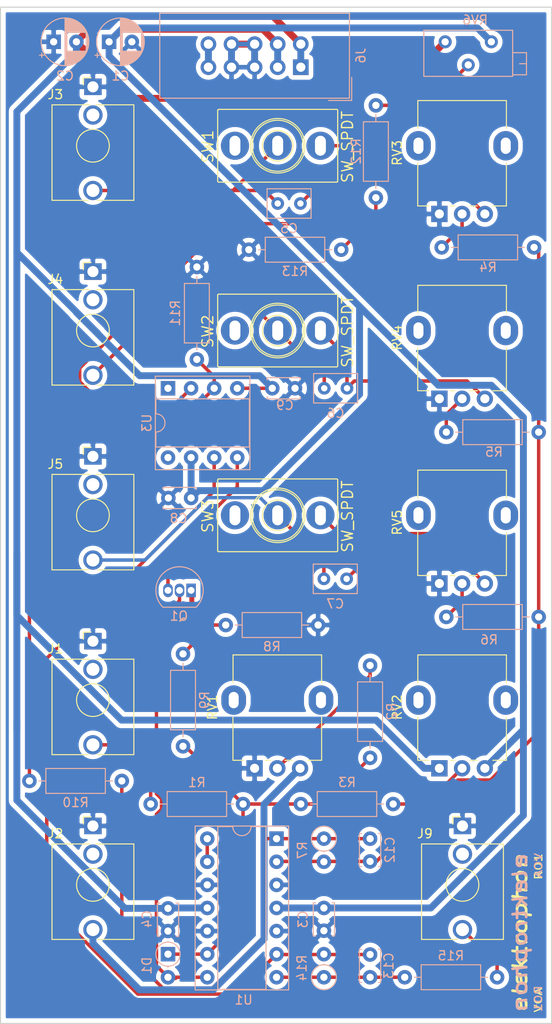
<source format=kicad_pcb>
(kicad_pcb (version 20171130) (host pcbnew 5.1.4-e60b266~84~ubuntu19.04.1)
  (title_block (title VCA) (date 2019-09-08) (rev R01) (comment 1 "PCB for main circuit") (comment 2 "Original design by Thomas Henry") (comment 4 "License CC BY 4.0 - Attribution 4.0 International"))
  (layers (0 F.Cu signal) (31 B.Cu signal) (34 B.Paste user) (35 F.Paste user) (36 B.SilkS user) (37 F.SilkS user) (38 B.Mask user) (39 F.Mask user) (44 Edge.Cuts user))
  (net 0 "")
  (net 1 GND)
  (net 2 +15V)
  (net 3 -15V)
  (net 4 "Net-(C5-Pad2)")
  (net 5 "Net-(C5-Pad1)")
  (net 6 "Net-(C6-Pad2)")
  (net 7 "Net-(C6-Pad1)")
  (net 8 "Net-(C7-Pad2)")
  (net 9 "Net-(C7-Pad1)")
  (net 10 "Net-(C12-Pad2)")
  (net 11 "Net-(C12-Pad1)")
  (net 12 "Net-(C13-Pad2)")
  (net 13 "Net-(C13-Pad1)")
  (net 14 "Net-(D1-Pad2)")
  (net 15 "Net-(J1-PadTN)")
  (net 16 "Net-(J1-PadT)")
  (net 17 "Net-(J2-PadTN)")
  (net 18 "Net-(J2-PadT)")
  (net 19 "Net-(J3-PadTN)")
  (net 20 "Net-(J4-PadTN)")
  (net 21 "Net-(J5-PadTN)")
  (net 22 +5V)
  (net 23 "Net-(J9-PadTN)")
  (net 24 "Net-(Q1-Pad1)")
  (net 25 "Net-(Q1-Pad3)")
  (net 26 "Net-(R2-Pad2)")
  (net 27 "Net-(R3-Pad2)")
  (net 28 "Net-(R10-Pad1)")
  (net 29 "Net-(R12-Pad2)")
  (net 30 "Net-(R12-Pad1)")
  (net 31 "Net-(SW1-Pad1)")
  (net 32 "Net-(SW2-Pad1)")
  (net 33 "Net-(SW3-Pad1)")
  (net 34 "Net-(U1-Pad13)")
  (net 35 "Net-(U3-Pad8)")
  (net 36 "Net-(U3-Pad1)")
  (net 37 "Net-(D1-Pad1)")
  (net 38 "Net-(J9-PadT)")
  (net 39 "Net-(R4-Pad2)")
  (net 40 "Net-(R5-Pad2)")
  (net 41 "Net-(R6-Pad2)")
  (module "elektrophon:elektrophon logo" (layer F.Cu) (at 108.94 152.56 90)
    (fp_text reference REF** hide)
    (fp_text value "elektrophon logo" hide)
    (fp_text user VCA (at 8.84 1.02 90) (layer B.SilkS) (effects (font (size 0.8 1)) (justify left mirror)))
    (fp_text user R01 (at -8.83 1 90) (layer B.SilkS) (effects (font (size 0.8 1)) (justify right mirror)))
    (fp_text user elektrophon (at 0 -1.016 90) (layer B.SilkS) (effects (font (size 1.5 2) (thickness 0.3) italic) (justify mirror)))
    (fp_text user R01 (at 8.8 1.02 90) (layer F.SilkS) (effects (font (size 0.8 1)) (justify right)))
    (fp_text user VCA (at -8.88 1 90) (layer F.SilkS) (effects (font (size 0.8 1)) (justify left)))
    (fp_text user elektrophon (at 0 -1.016 90) (layer F.SilkS) (effects (font (size 1.5 2) (thickness 0.3) italic)))
  )
  (module Capacitor_THT:C_Rect_L4.6mm_W3.0mm_P2.50mm_MKS02_FKP02 (layer B.Cu) (at 86.36 113.665)
    (fp_text reference C7 (at 1.25 2.75) (layer B.SilkS) (effects (justify mirror)))
    (fp_text value 0.22u)
    (pad 2 thru_hole circle (at 2.5 0) (size 1.4 1.4) (drill 0.7) (layers *.Cu *.Mask) (net 8 "Net-(C7-Pad2)"))
    (pad 1 thru_hole circle (at 0 0) (size 1.4 1.4) (drill 0.7) (layers *.Cu *.Mask) (net 9 "Net-(C7-Pad1)"))
  )
  (module Capacitor_THT:C_Rect_L4.6mm_W3.0mm_P2.50mm_MKS02_FKP02 (layer B.Cu) (at 86.4 92.71)
    (fp_text reference C6 (at 1.25 2.75) (layer B.SilkS) (effects (justify mirror)))
    (fp_text value 0.22u)
    (pad 2 thru_hole circle (at 2.5 0) (size 1.4 1.4) (drill 0.7) (layers *.Cu *.Mask) (net 6 "Net-(C6-Pad2)"))
    (pad 1 thru_hole circle (at 0 0) (size 1.4 1.4) (drill 0.7) (layers *.Cu *.Mask) (net 7 "Net-(C6-Pad1)"))
  )
  (module Capacitor_THT:C_Rect_L4.6mm_W3.0mm_P2.50mm_MKS02_FKP02 (layer B.Cu) (at 81.28 72.39)
    (fp_text reference C5 (at 1.25 2.75) (layer B.SilkS) (effects (justify mirror)))
    (fp_text value 0.22u)
    (pad 2 thru_hole circle (at 2.5 0) (size 1.4 1.4) (drill 0.7) (layers *.Cu *.Mask) (net 4 "Net-(C5-Pad2)"))
    (pad 1 thru_hole circle (at 0 0) (size 1.4 1.4) (drill 0.7) (layers *.Cu *.Mask) (net 5 "Net-(C5-Pad1)"))
  )
  (module Resistor_THT:R_Axial_DIN0207_L6.3mm_D2.5mm_P2.54mm_Vertical (layer B.Cu) (at 86.36 142.24 270)
    (fp_text reference R7 (at 1.27 2.37 90) (layer B.SilkS) (effects (justify mirror)))
    (fp_text value 100k)
    (pad 2 thru_hole oval (at 2.54 0 270) (size 1.6 1.6) (drill 0.8) (layers *.Cu *.Mask) (net 10 "Net-(C12-Pad2)"))
    (pad 1 thru_hole circle (at 0 0 270) (size 1.6 1.6) (drill 0.8) (layers *.Cu *.Mask) (net 11 "Net-(C12-Pad1)"))
  )
  (module Diode_THT:D_DO-35_SOD27_P2.54mm_Vertical_AnodeUp (layer B.Cu) (at 69.215 154.94 270)
    (fp_text reference D1 (at 1.27 2.326371 90) (layer B.SilkS) (effects (justify mirror)))
    (fp_text value 1N4148)
    (pad 2 thru_hole oval (at 2.54 0 270) (size 1.6 1.6) (drill 0.8) (layers *.Cu *.Mask) (net 14 "Net-(D1-Pad2)"))
    (pad 1 thru_hole rect (at 0 0 270) (size 1.6 1.6) (drill 0.8) (layers *.Cu *.Mask) (net 37 "Net-(D1-Pad1)"))
  )
  (module Resistor_THT:R_Axial_DIN0207_L6.3mm_D2.5mm_P2.54mm_Vertical (layer B.Cu) (at 86.36 157.48 90)
    (fp_text reference R14 (at 1.02 -2.42 90) (layer B.SilkS) (effects (justify mirror)))
    (fp_text value 51k)
    (pad 2 thru_hole oval (at 2.54 0 90) (size 1.6 1.6) (drill 0.8) (layers *.Cu *.Mask) (net 12 "Net-(C13-Pad2)"))
    (pad 1 thru_hole circle (at 0 0 90) (size 1.6 1.6) (drill 0.8) (layers *.Cu *.Mask) (net 13 "Net-(C13-Pad1)"))
  )
  (module Resistor_THT:R_Axial_DIN0207_L6.3mm_D2.5mm_P10.16mm_Horizontal (layer B.Cu) (at 91.44 133.35 90)
    (fp_text reference R2 (at 5.08 2.37 90) (layer B.SilkS) (effects (justify mirror)))
    (fp_text value 100k)
    (pad 2 thru_hole oval (at 10.16 0 90) (size 1.6 1.6) (drill 0.8) (layers *.Cu *.Mask) (net 26 "Net-(R2-Pad2)"))
    (pad 1 thru_hole circle (at 0 0 90) (size 1.6 1.6) (drill 0.8) (layers *.Cu *.Mask) (net 37 "Net-(D1-Pad1)"))
  )
  (module Potentiometer_THT:Potentiometer_Bourns_3296Z_Horizontal (layer B.Cu) (at 99.695 54.61 180)
    (fp_text reference RV6 (at -3.3 2.4) (layer B.SilkS) (effects (justify mirror)))
    (fp_text value 100k)
    (pad 3 thru_hole circle (at -5.08 0 180) (size 1.44 1.44) (drill 0.8) (layers *.Cu *.Mask) (net 2 +15V))
    (pad 2 thru_hole circle (at -2.54 -2.54 180) (size 1.44 1.44) (drill 0.8) (layers *.Cu *.Mask) (net 29 "Net-(R12-Pad2)"))
    (pad 1 thru_hole circle (at 0 0 180) (size 1.44 1.44) (drill 0.8) (layers *.Cu *.Mask) (net 3 -15V))
  )
  (module elektrophon:Potentiometer_Alpha_RD901F-40-00D_Single_Vertical (layer F.Cu) (at 101.6 106.68 90)
    (fp_text reference RV5 (at -0.79 -7.18 270) (layer F.SilkS))
    (fp_text value 100k)
    (pad "" thru_hole oval (at 0 -4.84 180) (size 2.72 3.24) (drill oval 1.1 1.8) (layers *.Cu *.Mask))
    (pad "" thru_hole oval (at 0 4.76 180) (size 2.72 3.24) (drill oval 1.1 1.8) (layers *.Cu *.Mask))
    (pad 3 thru_hole circle (at -7.5 2.46 180) (size 1.8 1.8) (drill 1) (layers *.Cu *.Mask) (net 8 "Net-(C7-Pad2)"))
    (pad 2 thru_hole circle (at -7.5 -0.04 180) (size 1.8 1.8) (drill 1) (layers *.Cu *.Mask) (net 41 "Net-(R6-Pad2)"))
    (pad 1 thru_hole rect (at -7.5 -2.54 180) (size 1.8 1.8) (drill 1) (layers *.Cu *.Mask) (net 1 GND))
  )
  (module elektrophon:Potentiometer_Alpha_RD901F-40-00D_Single_Vertical (layer F.Cu) (at 101.6 86.36 90)
    (fp_text reference RV4 (at -0.79 -7.18 270) (layer F.SilkS))
    (fp_text value 100k)
    (pad "" thru_hole oval (at 0 -4.84 180) (size 2.72 3.24) (drill oval 1.1 1.8) (layers *.Cu *.Mask))
    (pad "" thru_hole oval (at 0 4.76 180) (size 2.72 3.24) (drill oval 1.1 1.8) (layers *.Cu *.Mask))
    (pad 3 thru_hole circle (at -7.5 2.46 180) (size 1.8 1.8) (drill 1) (layers *.Cu *.Mask) (net 6 "Net-(C6-Pad2)"))
    (pad 2 thru_hole circle (at -7.5 -0.04 180) (size 1.8 1.8) (drill 1) (layers *.Cu *.Mask) (net 40 "Net-(R5-Pad2)"))
    (pad 1 thru_hole rect (at -7.5 -2.54 180) (size 1.8 1.8) (drill 1) (layers *.Cu *.Mask) (net 1 GND))
  )
  (module elektrophon:Potentiometer_Alpha_RD901F-40-00D_Single_Vertical (layer F.Cu) (at 101.6 66.04 90)
    (fp_text reference RV3 (at -0.79 -7.18 270) (layer F.SilkS))
    (fp_text value 100k)
    (pad "" thru_hole oval (at 0 -4.84 180) (size 2.72 3.24) (drill oval 1.1 1.8) (layers *.Cu *.Mask))
    (pad "" thru_hole oval (at 0 4.76 180) (size 2.72 3.24) (drill oval 1.1 1.8) (layers *.Cu *.Mask))
    (pad 3 thru_hole circle (at -7.5 2.46 180) (size 1.8 1.8) (drill 1) (layers *.Cu *.Mask) (net 4 "Net-(C5-Pad2)"))
    (pad 2 thru_hole circle (at -7.5 -0.04 180) (size 1.8 1.8) (drill 1) (layers *.Cu *.Mask) (net 39 "Net-(R4-Pad2)"))
    (pad 1 thru_hole rect (at -7.5 -2.54 180) (size 1.8 1.8) (drill 1) (layers *.Cu *.Mask) (net 1 GND))
  )
  (module elektrophon:Potentiometer_Alpha_RD901F-40-00D_Single_Vertical (layer F.Cu) (at 101.6 127 90)
    (fp_text reference RV2 (at -0.79 -7.18 270) (layer F.SilkS))
    (fp_text value 100k)
    (pad "" thru_hole oval (at 0 -4.84 180) (size 2.72 3.24) (drill oval 1.1 1.8) (layers *.Cu *.Mask))
    (pad "" thru_hole oval (at 0 4.76 180) (size 2.72 3.24) (drill oval 1.1 1.8) (layers *.Cu *.Mask))
    (pad 3 thru_hole circle (at -7.5 2.46 180) (size 1.8 1.8) (drill 1) (layers *.Cu *.Mask) (net 2 +15V))
    (pad 2 thru_hole circle (at -7.5 -0.04 180) (size 1.8 1.8) (drill 1) (layers *.Cu *.Mask) (net 27 "Net-(R3-Pad2)"))
    (pad 1 thru_hole rect (at -7.5 -2.54 180) (size 1.8 1.8) (drill 1) (layers *.Cu *.Mask) (net 3 -15V))
  )
  (module elektrophon:Potentiometer_Alpha_RD901F-40-00D_Single_Vertical (layer F.Cu) (at 81.28 127 90)
    (fp_text reference RV1 (at -0.79 -7.18 270) (layer F.SilkS))
    (fp_text value 100k)
    (pad "" thru_hole oval (at 0 -4.84 180) (size 2.72 3.24) (drill oval 1.1 1.8) (layers *.Cu *.Mask))
    (pad "" thru_hole oval (at 0 4.76 180) (size 2.72 3.24) (drill oval 1.1 1.8) (layers *.Cu *.Mask))
    (pad 3 thru_hole circle (at -7.5 2.46 180) (size 1.8 1.8) (drill 1) (layers *.Cu *.Mask) (net 18 "Net-(J2-PadT)"))
    (pad 2 thru_hole circle (at -7.5 -0.04 180) (size 1.8 1.8) (drill 1) (layers *.Cu *.Mask) (net 26 "Net-(R2-Pad2)"))
    (pad 1 thru_hole rect (at -7.5 -2.54 180) (size 1.8 1.8) (drill 1) (layers *.Cu *.Mask) (net 1 GND))
  )
  (module Package_DIP:DIP-8_W7.62mm_Socket (layer B.Cu) (at 69.215 92.71 270)
    (fp_text reference U3 (at 3.81 2.33 90) (layer B.SilkS) (effects (justify mirror)))
    (fp_text value CA3080)
    (pad 8 thru_hole oval (at 7.62 0 270) (size 1.6 1.6) (drill 0.8) (layers *.Cu *.Mask) (net 35 "Net-(U3-Pad8)"))
    (pad 4 thru_hole oval (at 0 -7.62 270) (size 1.6 1.6) (drill 0.8) (layers *.Cu *.Mask) (net 3 -15V))
    (pad 7 thru_hole oval (at 7.62 -2.54 270) (size 1.6 1.6) (drill 0.8) (layers *.Cu *.Mask) (net 2 +15V))
    (pad 3 thru_hole oval (at 0 -5.08 270) (size 1.6 1.6) (drill 0.8) (layers *.Cu *.Mask) (net 28 "Net-(R10-Pad1)"))
    (pad 6 thru_hole oval (at 7.62 -5.08 270) (size 1.6 1.6) (drill 0.8) (layers *.Cu *.Mask) (net 12 "Net-(C13-Pad2)"))
    (pad 2 thru_hole oval (at 0 -2.54 270) (size 1.6 1.6) (drill 0.8) (layers *.Cu *.Mask) (net 30 "Net-(R12-Pad1)"))
    (pad 5 thru_hole oval (at 7.62 -7.62 270) (size 1.6 1.6) (drill 0.8) (layers *.Cu *.Mask) (net 25 "Net-(Q1-Pad3)"))
    (pad 1 thru_hole rect (at 0 0 270) (size 1.6 1.6) (drill 0.8) (layers *.Cu *.Mask) (net 36 "Net-(U3-Pad1)"))
  )
  (module Package_DIP:DIP-14_W7.62mm_Socket (layer B.Cu) (at 81.153 142.24 180)
    (fp_text reference U1 (at 3.623 -17.73) (layer B.SilkS) (effects (justify mirror)))
    (fp_text value TL074)
    (pad 14 thru_hole oval (at 7.62 0 180) (size 1.6 1.6) (drill 0.8) (layers *.Cu *.Mask) (net 34 "Net-(U1-Pad13)"))
    (pad 7 thru_hole oval (at 0 -15.24 180) (size 1.6 1.6) (drill 0.8) (layers *.Cu *.Mask) (net 13 "Net-(C13-Pad1)"))
    (pad 13 thru_hole oval (at 7.62 -2.54 180) (size 1.6 1.6) (drill 0.8) (layers *.Cu *.Mask) (net 34 "Net-(U1-Pad13)"))
    (pad 6 thru_hole oval (at 0 -12.7 180) (size 1.6 1.6) (drill 0.8) (layers *.Cu *.Mask) (net 12 "Net-(C13-Pad2)"))
    (pad 12 thru_hole oval (at 7.62 -5.08 180) (size 1.6 1.6) (drill 0.8) (layers *.Cu *.Mask) (net 1 GND))
    (pad 5 thru_hole oval (at 0 -10.16 180) (size 1.6 1.6) (drill 0.8) (layers *.Cu *.Mask) (net 1 GND))
    (pad 11 thru_hole oval (at 7.62 -7.62 180) (size 1.6 1.6) (drill 0.8) (layers *.Cu *.Mask) (net 3 -15V))
    (pad 4 thru_hole oval (at 0 -7.62 180) (size 1.6 1.6) (drill 0.8) (layers *.Cu *.Mask) (net 2 +15V))
    (pad 10 thru_hole oval (at 7.62 -10.16 180) (size 1.6 1.6) (drill 0.8) (layers *.Cu *.Mask) (net 1 GND))
    (pad 3 thru_hole oval (at 0 -5.08 180) (size 1.6 1.6) (drill 0.8) (layers *.Cu *.Mask) (net 1 GND))
    (pad 9 thru_hole oval (at 7.62 -12.7 180) (size 1.6 1.6) (drill 0.8) (layers *.Cu *.Mask) (net 37 "Net-(D1-Pad1)"))
    (pad 2 thru_hole oval (at 0 -2.54 180) (size 1.6 1.6) (drill 0.8) (layers *.Cu *.Mask) (net 10 "Net-(C12-Pad2)"))
    (pad 8 thru_hole oval (at 7.62 -15.24 180) (size 1.6 1.6) (drill 0.8) (layers *.Cu *.Mask) (net 14 "Net-(D1-Pad2)"))
    (pad 1 thru_hole rect (at 0 0 180) (size 1.6 1.6) (drill 0.8) (layers *.Cu *.Mask) (net 11 "Net-(C12-Pad1)"))
  )
  (module 4ms-footprints:SPDT_KIT (layer F.Cu) (at 81.28 106.68 90)
    (fp_text reference SW3 (at -2.032 -6.985 90) (layer F.SilkS) (effects (font (size 1.2065 1.2065) (thickness 0.1524)) (justify left bottom)))
    (fp_text value SW_SPDT (at -4.191 8.382 90) (layer F.SilkS) (effects (font (size 1.2065 1.2065) (thickness 0.1524)) (justify left bottom)))
    (pad 1 thru_hole circle (at 0 -4.7 90) (size 3.1 3.1) (drill oval 2.2 1.2) (layers *.Cu *.Mask) (net 33 "Net-(SW3-Pad1)"))
    (pad 2 thru_hole circle (at 0 0 90) (size 3.1 3.1) (drill oval 2.2 1.2) (layers *.Cu *.Mask) (net 9 "Net-(C7-Pad1)"))
    (pad 3 thru_hole circle (at 0 4.7 90) (size 3.1 3.1) (drill oval 2.2 1.2) (layers *.Cu *.Mask) (net 8 "Net-(C7-Pad2)"))
  )
  (module 4ms-footprints:SPDT_KIT (layer F.Cu) (at 81.28 86.36 90)
    (fp_text reference SW2 (at -2.032 -6.985 90) (layer F.SilkS) (effects (font (size 1.2065 1.2065) (thickness 0.1524)) (justify left bottom)))
    (fp_text value SW_SPDT (at -4.191 8.382 90) (layer F.SilkS) (effects (font (size 1.2065 1.2065) (thickness 0.1524)) (justify left bottom)))
    (pad 1 thru_hole circle (at 0 -4.7 90) (size 3.1 3.1) (drill oval 2.2 1.2) (layers *.Cu *.Mask) (net 32 "Net-(SW2-Pad1)"))
    (pad 2 thru_hole circle (at 0 0 90) (size 3.1 3.1) (drill oval 2.2 1.2) (layers *.Cu *.Mask) (net 7 "Net-(C6-Pad1)"))
    (pad 3 thru_hole circle (at 0 4.7 90) (size 3.1 3.1) (drill oval 2.2 1.2) (layers *.Cu *.Mask) (net 6 "Net-(C6-Pad2)"))
  )
  (module 4ms-footprints:SPDT_KIT (layer F.Cu) (at 81.28 66.04 90)
    (fp_text reference SW1 (at -2.032 -6.985 90) (layer F.SilkS) (effects (font (size 1.2065 1.2065) (thickness 0.1524)) (justify left bottom)))
    (fp_text value SW_SPDT (at -4.191 8.382 90) (layer F.SilkS) (effects (font (size 1.2065 1.2065) (thickness 0.1524)) (justify left bottom)))
    (pad 1 thru_hole circle (at 0 -4.7 90) (size 3.1 3.1) (drill oval 2.2 1.2) (layers *.Cu *.Mask) (net 31 "Net-(SW1-Pad1)"))
    (pad 2 thru_hole circle (at 0 0 90) (size 3.1 3.1) (drill oval 2.2 1.2) (layers *.Cu *.Mask) (net 5 "Net-(C5-Pad1)"))
    (pad 3 thru_hole circle (at 0 4.7 90) (size 3.1 3.1) (drill oval 2.2 1.2) (layers *.Cu *.Mask) (net 4 "Net-(C5-Pad2)"))
  )
  (module Resistor_THT:R_Axial_DIN0207_L6.3mm_D2.5mm_P10.16mm_Horizontal (layer B.Cu) (at 105.41 157.48 180)
    (fp_text reference R15 (at 5.08 2.37) (layer B.SilkS) (effects (justify mirror)))
    (fp_text value 1k)
    (pad 2 thru_hole oval (at 10.16 0 180) (size 1.6 1.6) (drill 0.8) (layers *.Cu *.Mask) (net 13 "Net-(C13-Pad1)"))
    (pad 1 thru_hole circle (at 0 0 180) (size 1.6 1.6) (drill 0.8) (layers *.Cu *.Mask) (net 38 "Net-(J9-PadT)"))
  )
  (module Resistor_THT:R_Axial_DIN0207_L6.3mm_D2.5mm_P10.16mm_Horizontal (layer B.Cu) (at 78.105 77.47)
    (fp_text reference R13 (at 5.08 2.37) (layer B.SilkS) (effects (justify mirror)))
    (fp_text value 22)
    (pad 2 thru_hole oval (at 10.16 0) (size 1.6 1.6) (drill 0.8) (layers *.Cu *.Mask) (net 30 "Net-(R12-Pad1)"))
    (pad 1 thru_hole circle (at 0 0) (size 1.6 1.6) (drill 0.8) (layers *.Cu *.Mask) (net 1 GND))
  )
  (module Resistor_THT:R_Axial_DIN0207_L6.3mm_D2.5mm_P10.16mm_Horizontal (layer B.Cu) (at 92.075 71.755 90)
    (fp_text reference R12 (at 5.095 -2.175 90) (layer B.SilkS) (effects (justify mirror)))
    (fp_text value 100k)
    (pad 2 thru_hole oval (at 10.16 0 90) (size 1.6 1.6) (drill 0.8) (layers *.Cu *.Mask) (net 29 "Net-(R12-Pad2)"))
    (pad 1 thru_hole circle (at 0 0 90) (size 1.6 1.6) (drill 0.8) (layers *.Cu *.Mask) (net 30 "Net-(R12-Pad1)"))
  )
  (module Resistor_THT:R_Axial_DIN0207_L6.3mm_D2.5mm_P10.16mm_Horizontal (layer B.Cu) (at 72.39 79.375 270)
    (fp_text reference R11 (at 5.08 2.37 90) (layer B.SilkS) (effects (justify mirror)))
    (fp_text value 22)
    (pad 2 thru_hole oval (at 10.16 0 270) (size 1.6 1.6) (drill 0.8) (layers *.Cu *.Mask) (net 28 "Net-(R10-Pad1)"))
    (pad 1 thru_hole circle (at 0 0 270) (size 1.6 1.6) (drill 0.8) (layers *.Cu *.Mask) (net 1 GND))
  )
  (module Resistor_THT:R_Axial_DIN0207_L6.3mm_D2.5mm_P10.16mm_Horizontal (layer B.Cu) (at 53.975 135.89)
    (fp_text reference R10 (at 5.08 2.37) (layer B.SilkS) (effects (justify mirror)))
    (fp_text value 11k)
    (pad 2 thru_hole oval (at 10.16 0) (size 1.6 1.6) (drill 0.8) (layers *.Cu *.Mask) (net 11 "Net-(C12-Pad1)"))
    (pad 1 thru_hole circle (at 0 0) (size 1.6 1.6) (drill 0.8) (layers *.Cu *.Mask) (net 28 "Net-(R10-Pad1)"))
  )
  (module Resistor_THT:R_Axial_DIN0207_L6.3mm_D2.5mm_P10.16mm_Horizontal (layer B.Cu) (at 70.866 132.08 90)
    (fp_text reference R9 (at 5.08 2.37 90) (layer B.SilkS) (effects (justify mirror)))
    (fp_text value 100k)
    (pad 2 thru_hole oval (at 10.16 0 90) (size 1.6 1.6) (drill 0.8) (layers *.Cu *.Mask) (net 24 "Net-(Q1-Pad1)"))
    (pad 1 thru_hole circle (at 0 0 90) (size 1.6 1.6) (drill 0.8) (layers *.Cu *.Mask) (net 37 "Net-(D1-Pad1)"))
  )
  (module Resistor_THT:R_Axial_DIN0207_L6.3mm_D2.5mm_P10.16mm_Horizontal (layer B.Cu) (at 75.565 118.745)
    (fp_text reference R8 (at 5.08 2.37) (layer B.SilkS) (effects (justify mirror)))
    (fp_text value 11k)
    (pad 2 thru_hole oval (at 10.16 0) (size 1.6 1.6) (drill 0.8) (layers *.Cu *.Mask) (net 1 GND))
    (pad 1 thru_hole circle (at 0 0) (size 1.6 1.6) (drill 0.8) (layers *.Cu *.Mask) (net 24 "Net-(Q1-Pad1)"))
  )
  (module Resistor_THT:R_Axial_DIN0207_L6.3mm_D2.5mm_P10.16mm_Horizontal (layer B.Cu) (at 109.982 117.856 180)
    (fp_text reference R6 (at 5.452 -2.514) (layer B.SilkS) (effects (justify mirror)))
    (fp_text value 100k)
    (pad 2 thru_hole oval (at 10.16 0 180) (size 1.6 1.6) (drill 0.8) (layers *.Cu *.Mask) (net 41 "Net-(R6-Pad2)"))
    (pad 1 thru_hole circle (at 0 0 180) (size 1.6 1.6) (drill 0.8) (layers *.Cu *.Mask) (net 10 "Net-(C12-Pad2)"))
  )
  (module Resistor_THT:R_Axial_DIN0207_L6.3mm_D2.5mm_P10.16mm_Horizontal (layer B.Cu) (at 109.982 97.536 180)
    (fp_text reference R5 (at 4.912 -2.184) (layer B.SilkS) (effects (justify mirror)))
    (fp_text value 100k)
    (pad 2 thru_hole oval (at 10.16 0 180) (size 1.6 1.6) (drill 0.8) (layers *.Cu *.Mask) (net 40 "Net-(R5-Pad2)"))
    (pad 1 thru_hole circle (at 0 0 180) (size 1.6 1.6) (drill 0.8) (layers *.Cu *.Mask) (net 10 "Net-(C12-Pad2)"))
  )
  (module Resistor_THT:R_Axial_DIN0207_L6.3mm_D2.5mm_P10.16mm_Horizontal (layer B.Cu) (at 109.474 77.216 180)
    (fp_text reference R4 (at 5.064 -2.184) (layer B.SilkS) (effects (justify mirror)))
    (fp_text value 100k)
    (pad 2 thru_hole oval (at 10.16 0 180) (size 1.6 1.6) (drill 0.8) (layers *.Cu *.Mask) (net 39 "Net-(R4-Pad2)"))
    (pad 1 thru_hole circle (at 0 0 180) (size 1.6 1.6) (drill 0.8) (layers *.Cu *.Mask) (net 10 "Net-(C12-Pad2)"))
  )
  (module Resistor_THT:R_Axial_DIN0207_L6.3mm_D2.5mm_P10.16mm_Horizontal (layer B.Cu) (at 83.82 138.43)
    (fp_text reference R3 (at 5.09 -2.38) (layer B.SilkS) (effects (justify mirror)))
    (fp_text value 330k)
    (pad 2 thru_hole oval (at 10.16 0) (size 1.6 1.6) (drill 0.8) (layers *.Cu *.Mask) (net 27 "Net-(R3-Pad2)"))
    (pad 1 thru_hole circle (at 0 0) (size 1.6 1.6) (drill 0.8) (layers *.Cu *.Mask) (net 37 "Net-(D1-Pad1)"))
  )
  (module Resistor_THT:R_Axial_DIN0207_L6.3mm_D2.5mm_P10.16mm_Horizontal (layer B.Cu) (at 77.47 138.43 180)
    (fp_text reference R1 (at 5.08 2.37) (layer B.SilkS) (effects (justify mirror)))
    (fp_text value 100k)
    (pad 2 thru_hole oval (at 10.16 0 180) (size 1.6 1.6) (drill 0.8) (layers *.Cu *.Mask) (net 16 "Net-(J1-PadT)"))
    (pad 1 thru_hole circle (at 0 0 180) (size 1.6 1.6) (drill 0.8) (layers *.Cu *.Mask) (net 37 "Net-(D1-Pad1)"))
  )
  (module Package_TO_SOT_THT:TO-92_Inline (layer B.Cu) (at 71.755 114.935 180)
    (fp_text reference Q1 (at 1.345 -2.825) (layer B.SilkS) (effects (justify mirror)))
    (fp_text value 2N3906)
    (pad 1 thru_hole rect (at 0 0 180) (size 1.05 1.5) (drill 0.75) (layers *.Cu *.Mask) (net 24 "Net-(Q1-Pad1)"))
    (pad 3 thru_hole oval (at 2.54 0 180) (size 1.05 1.5) (drill 0.75) (layers *.Cu *.Mask) (net 25 "Net-(Q1-Pad3)"))
    (pad 2 thru_hole oval (at 1.27 0 180) (size 1.05 1.5) (drill 0.75) (layers *.Cu *.Mask) (net 14 "Net-(D1-Pad2)"))
  )
  (module elektrophon:Jack_3.5mm_QingPu_WQP-PJ398SM_Vertical_CircularHoles (layer F.Cu) (at 101.6 147.32)
    (fp_text reference J9 (at -4.13 -5.63) (layer F.SilkS))
    (fp_text value OUT)
    (pad TN thru_hole circle (at 0 -3.38 180) (size 2.13 2.13) (drill 1.42) (layers *.Cu *.Mask) (net 23 "Net-(J9-PadTN)"))
    (pad S thru_hole rect (at 0 -6.48 180) (size 1.93 1.83) (drill 1.22) (layers *.Cu *.Mask) (net 1 GND))
    (pad T thru_hole circle (at 0 4.92 180) (size 2.13 2.13) (drill 1.43) (layers *.Cu *.Mask) (net 38 "Net-(J9-PadT)"))
  )
  (module Connector_IDC:IDC-Header_2x05_P2.54mm_Vertical (layer B.Cu) (at 83.82 57.404 90)
    (fp_text reference J6 (at 1.27 6.604 90) (layer B.SilkS) (effects (justify mirror)))
    (fp_text value POWER)
    (pad 10 thru_hole oval (at 2.54 -10.16 90) (size 1.7272 1.7272) (drill 1.016) (layers *.Cu *.Mask) (net 22 +5V))
    (pad 9 thru_hole oval (at 0 -10.16 90) (size 1.7272 1.7272) (drill 1.016) (layers *.Cu *.Mask) (net 22 +5V))
    (pad 8 thru_hole oval (at 2.54 -7.62 90) (size 1.7272 1.7272) (drill 1.016) (layers *.Cu *.Mask) (net 1 GND))
    (pad 7 thru_hole oval (at 0 -7.62 90) (size 1.7272 1.7272) (drill 1.016) (layers *.Cu *.Mask) (net 1 GND))
    (pad 6 thru_hole oval (at 2.54 -5.08 90) (size 1.7272 1.7272) (drill 1.016) (layers *.Cu *.Mask) (net 1 GND))
    (pad 5 thru_hole oval (at 0 -5.08 90) (size 1.7272 1.7272) (drill 1.016) (layers *.Cu *.Mask) (net 1 GND))
    (pad 4 thru_hole oval (at 2.54 -2.54 90) (size 1.7272 1.7272) (drill 1.016) (layers *.Cu *.Mask) (net 2 +15V))
    (pad 3 thru_hole oval (at 0 -2.54 90) (size 1.7272 1.7272) (drill 1.016) (layers *.Cu *.Mask) (net 2 +15V))
    (pad 2 thru_hole oval (at 2.54 0 90) (size 1.7272 1.7272) (drill 1.016) (layers *.Cu *.Mask) (net 3 -15V))
    (pad 1 thru_hole rect (at 0 0 90) (size 1.7272 1.7272) (drill 1.016) (layers *.Cu *.Mask) (net 3 -15V))
  )
  (module elektrophon:Jack_3.5mm_QingPu_WQP-PJ398SM_Vertical_CircularHoles (layer F.Cu) (at 60.96 106.68)
    (fp_text reference J5 (at -4.13 -5.63) (layer F.SilkS))
    (fp_text value "#3")
    (pad TN thru_hole circle (at 0 -3.38 180) (size 2.13 2.13) (drill 1.42) (layers *.Cu *.Mask) (net 21 "Net-(J5-PadTN)"))
    (pad S thru_hole rect (at 0 -6.48 180) (size 1.93 1.83) (drill 1.22) (layers *.Cu *.Mask) (net 1 GND))
    (pad T thru_hole circle (at 0 4.92 180) (size 2.13 2.13) (drill 1.43) (layers *.Cu *.Mask) (net 9 "Net-(C7-Pad1)"))
  )
  (module elektrophon:Jack_3.5mm_QingPu_WQP-PJ398SM_Vertical_CircularHoles (layer F.Cu) (at 60.96 86.36)
    (fp_text reference J4 (at -4.13 -5.63) (layer F.SilkS))
    (fp_text value "#2")
    (pad TN thru_hole circle (at 0 -3.38 180) (size 2.13 2.13) (drill 1.42) (layers *.Cu *.Mask) (net 20 "Net-(J4-PadTN)"))
    (pad S thru_hole rect (at 0 -6.48 180) (size 1.93 1.83) (drill 1.22) (layers *.Cu *.Mask) (net 1 GND))
    (pad T thru_hole circle (at 0 4.92 180) (size 2.13 2.13) (drill 1.43) (layers *.Cu *.Mask) (net 7 "Net-(C6-Pad1)"))
  )
  (module elektrophon:Jack_3.5mm_QingPu_WQP-PJ398SM_Vertical_CircularHoles (layer F.Cu) (at 60.96 66.04)
    (fp_text reference J3 (at -4.13 -5.63) (layer F.SilkS))
    (fp_text value "#1")
    (pad TN thru_hole circle (at 0 -3.38 180) (size 2.13 2.13) (drill 1.42) (layers *.Cu *.Mask) (net 19 "Net-(J3-PadTN)"))
    (pad S thru_hole rect (at 0 -6.48 180) (size 1.93 1.83) (drill 1.22) (layers *.Cu *.Mask) (net 1 GND))
    (pad T thru_hole circle (at 0 4.92 180) (size 2.13 2.13) (drill 1.43) (layers *.Cu *.Mask) (net 5 "Net-(C5-Pad1)"))
  )
  (module elektrophon:Jack_3.5mm_QingPu_WQP-PJ398SM_Vertical_CircularHoles (layer F.Cu) (at 60.96 147.32)
    (fp_text reference J2 (at -4.13 -5.63) (layer F.SilkS))
    (fp_text value CV)
    (pad TN thru_hole circle (at 0 -3.38 180) (size 2.13 2.13) (drill 1.42) (layers *.Cu *.Mask) (net 17 "Net-(J2-PadTN)"))
    (pad S thru_hole rect (at 0 -6.48 180) (size 1.93 1.83) (drill 1.22) (layers *.Cu *.Mask) (net 1 GND))
    (pad T thru_hole circle (at 0 4.92 180) (size 2.13 2.13) (drill 1.43) (layers *.Cu *.Mask) (net 18 "Net-(J2-PadT)"))
  )
  (module elektrophon:Jack_3.5mm_QingPu_WQP-PJ398SM_Vertical_CircularHoles (layer F.Cu) (at 60.96 127)
    (fp_text reference J1 (at -4.13 -5.63) (layer F.SilkS))
    (fp_text value Envelope)
    (pad TN thru_hole circle (at 0 -3.38 180) (size 2.13 2.13) (drill 1.42) (layers *.Cu *.Mask) (net 15 "Net-(J1-PadTN)"))
    (pad S thru_hole rect (at 0 -6.48 180) (size 1.93 1.83) (drill 1.22) (layers *.Cu *.Mask) (net 1 GND))
    (pad T thru_hole circle (at 0 4.92 180) (size 2.13 2.13) (drill 1.43) (layers *.Cu *.Mask) (net 16 "Net-(J1-PadT)"))
  )
  (module Capacitor_THT:C_Disc_D3.4mm_W2.1mm_P2.50mm (layer B.Cu) (at 91.44 157.48 90)
    (fp_text reference C13 (at 1.27 2.06 90) (layer B.SilkS) (effects (justify mirror)))
    (fp_text value 22p)
    (pad 2 thru_hole circle (at 2.5 0 90) (size 1.6 1.6) (drill 0.8) (layers *.Cu *.Mask) (net 12 "Net-(C13-Pad2)"))
    (pad 1 thru_hole circle (at 0 0 90) (size 1.6 1.6) (drill 0.8) (layers *.Cu *.Mask) (net 13 "Net-(C13-Pad1)"))
  )
  (module Capacitor_THT:C_Disc_D3.4mm_W2.1mm_P2.50mm (layer B.Cu) (at 91.44 142.24 270)
    (fp_text reference C12 (at 1.23 -2.18 90) (layer B.SilkS) (effects (justify mirror)))
    (fp_text value 10p)
    (pad 2 thru_hole circle (at 2.5 0 270) (size 1.6 1.6) (drill 0.8) (layers *.Cu *.Mask) (net 10 "Net-(C12-Pad2)"))
    (pad 1 thru_hole circle (at 0 0 270) (size 1.6 1.6) (drill 0.8) (layers *.Cu *.Mask) (net 11 "Net-(C12-Pad1)"))
  )
  (module Capacitor_THT:C_Disc_D3.4mm_W2.1mm_P2.50mm (layer B.Cu) (at 83.185 92.71 180)
    (fp_text reference C9 (at 1.115 -1.87) (layer B.SilkS) (effects (justify mirror)))
    (fp_text value 0.1u)
    (pad 2 thru_hole circle (at 2.5 0 180) (size 1.6 1.6) (drill 0.8) (layers *.Cu *.Mask) (net 3 -15V))
    (pad 1 thru_hole circle (at 0 0 180) (size 1.6 1.6) (drill 0.8) (layers *.Cu *.Mask) (net 1 GND))
  )
  (module Capacitor_THT:C_Disc_D3.4mm_W2.1mm_P2.50mm (layer B.Cu) (at 71.755 104.775 180)
    (fp_text reference C8 (at 1.375 -2.245) (layer B.SilkS) (effects (justify mirror)))
    (fp_text value 0.1u)
    (pad 2 thru_hole circle (at 2.5 0 180) (size 1.6 1.6) (drill 0.8) (layers *.Cu *.Mask) (net 1 GND))
    (pad 1 thru_hole circle (at 0 0 180) (size 1.6 1.6) (drill 0.8) (layers *.Cu *.Mask) (net 2 +15V))
  )
  (module Capacitor_THT:C_Disc_D3.4mm_W2.1mm_P2.50mm (layer B.Cu) (at 69.215 152.4 90)
    (fp_text reference C4 (at 1.32 -2.305 90) (layer B.SilkS) (effects (justify mirror)))
    (fp_text value 0.1u)
    (pad 2 thru_hole circle (at 2.5 0 90) (size 1.6 1.6) (drill 0.8) (layers *.Cu *.Mask) (net 3 -15V))
    (pad 1 thru_hole circle (at 0 0 90) (size 1.6 1.6) (drill 0.8) (layers *.Cu *.Mask) (net 1 GND))
  )
  (module Capacitor_THT:C_Disc_D3.4mm_W2.1mm_P2.50mm (layer B.Cu) (at 86.36 149.86 270)
    (fp_text reference C3 (at 1.25 2.3 90) (layer B.SilkS) (effects (justify mirror)))
    (fp_text value 0.1u)
    (pad 2 thru_hole circle (at 2.5 0 270) (size 1.6 1.6) (drill 0.8) (layers *.Cu *.Mask) (net 1 GND))
    (pad 1 thru_hole circle (at 0 0 270) (size 1.6 1.6) (drill 0.8) (layers *.Cu *.Mask) (net 2 +15V))
  )
  (module Capacitor_THT:CP_Radial_D5.0mm_P2.50mm (layer B.Cu) (at 56.642 54.61)
    (fp_text reference C2 (at 1.25 3.75) (layer B.SilkS) (effects (justify mirror)))
    (fp_text value 10u)
    (pad 2 thru_hole circle (at 2.5 0) (size 1.6 1.6) (drill 0.8) (layers *.Cu *.Mask) (net 3 -15V))
    (pad 1 thru_hole rect (at 0 0) (size 1.6 1.6) (drill 0.8) (layers *.Cu *.Mask) (net 1 GND))
  )
  (module Capacitor_THT:CP_Radial_D5.0mm_P2.50mm (layer B.Cu) (at 62.738 54.61)
    (fp_text reference C1 (at 1.25 3.75) (layer B.SilkS) (effects (justify mirror)))
    (fp_text value 10u)
    (pad 2 thru_hole circle (at 2.5 0) (size 1.6 1.6) (drill 0.8) (layers *.Cu *.Mask) (net 1 GND))
    (pad 1 thru_hole rect (at 0 0) (size 1.6 1.6) (drill 0.8) (layers *.Cu *.Mask) (net 2 +15V))
  )
  (gr_line (start 50.8 162.56) (end 50.8 50.8) (layer Edge.Cuts) (width 0.12))
  (gr_line (start 111.4 162.56) (end 50.8 162.56) (layer Edge.Cuts) (width 0.12))
  (gr_line (start 111.4 50.8) (end 111.4 162.56) (layer Edge.Cuts) (width 0.12))
  (gr_line (start 50.8 50.8) (end 111.4 50.8) (layer Edge.Cuts) (width 0.12))
  (segment (start 76.2 54.864) (end 76.2 57.404) (width 0.762) (layer B.Cu) (net 1))
  (segment (start 78.74 54.864) (end 78.74 57.404) (width 0.762) (layer B.Cu) (net 1))
  (segment (start 78.74 54.864) (end 76.2 54.864) (width 0.762) (layer F.Cu) (net 1))
  (segment (start 86.36 149.86) (end 81.153 149.86) (width 0.762) (layer B.Cu) (net 2))
  (segment (start 98.116082 149.86) (end 108.30101 139.675072) (width 0.762) (layer B.Cu) (net 2))
  (segment (start 108.30101 125.31901) (end 108.30101 139.675072) (width 0.762) (layer B.Cu) (net 2))
  (segment (start 86.36 149.86) (end 98.116082 149.86) (width 0.762) (layer B.Cu) (net 2))
  (segment (start 62.738 54.61) (end 64.262 53.086) (width 0.762) (layer B.Cu) (net 2))
  (segment (start 64.262 53.086) (end 103.251 53.086) (width 0.762) (layer B.Cu) (net 2))
  (segment (start 103.251 53.086) (end 104.775 54.61) (width 0.762) (layer B.Cu) (net 2))
  (segment (start 62.738 54.61) (end 62.738 56.172) (width 0.762) (layer B.Cu) (net 2))
  (segment (start 108.30101 95.909128) (end 108.30101 125.31901) (width 0.762) (layer B.Cu) (net 2))
  (segment (start 104.770881 92.378999) (end 108.30101 95.909128) (width 0.762) (layer B.Cu) (net 2))
  (segment (start 90.278 83.712) (end 98.944999 92.378999) (width 0.762) (layer B.Cu) (net 2))
  (segment (start 98.944999 92.378999) (end 104.770881 92.378999) (width 0.762) (layer B.Cu) (net 2))
  (segment (start 108.30101 130.25899) (end 108.30101 125.31901) (width 0.762) (layer B.Cu) (net 2))
  (segment (start 104.06 134.5) (end 108.30101 130.25899) (width 0.762) (layer B.Cu) (net 2))
  (segment (start 90.281001 83.715001) (end 90.278 83.712) (width 0.762) (layer B.Cu) (net 2))
  (segment (start 71.755 104.775) (end 72.562012 103.967988) (width 0.762) (layer B.Cu) (net 2))
  (segment (start 90.281001 93.372881) (end 90.281001 83.715001) (width 0.762) (layer B.Cu) (net 2))
  (segment (start 79.685894 103.967988) (end 90.281001 93.372881) (width 0.762) (layer B.Cu) (net 2))
  (segment (start 72.562012 103.967988) (end 79.685894 103.967988) (width 0.762) (layer B.Cu) (net 2))
  (segment (start 62.738 56.172) (end 90.278 83.712) (width 0.762) (layer B.Cu) (net 2))
  (segment (start 71.755 104.775) (end 71.755 100.33) (width 0.762) (layer B.Cu) (net 2))
  (segment (start 81.28 54.864) (end 81.28 57.404) (width 0.762) (layer B.Cu) (net 2))
  (segment (start 64.119001 53.228999) (end 62.738 54.61) (width 0.762) (layer F.Cu) (net 2))
  (segment (start 79.644999 53.228999) (end 64.119001 53.228999) (width 0.762) (layer F.Cu) (net 2))
  (segment (start 81.28 54.864) (end 79.644999 53.228999) (width 0.762) (layer F.Cu) (net 2))
  (segment (start 99.695 54.61) (end 94.440399 59.864601) (width 0.762) (layer F.Cu) (net 3))
  (segment (start 52.593999 77.771501) (end 52.593999 110.886999) (width 0.762) (layer B.Cu) (net 3))
  (segment (start 52.593999 62.289371) (end 52.593999 77.771501) (width 0.762) (layer B.Cu) (net 3))
  (segment (start 73.533 149.86) (end 69.255 149.86) (width 0.762) (layer B.Cu) (net 3))
  (segment (start 69.255 149.86) (end 69.215 149.9) (width 0.762) (layer B.Cu) (net 3))
  (segment (start 52.593999 129.428999) (end 52.593999 110.886999) (width 0.762) (layer B.Cu) (net 3))
  (segment (start 52.593999 138.010081) (end 52.593999 129.428999) (width 0.762) (layer B.Cu) (net 3))
  (segment (start 52.593999 130.286001) (end 52.593999 129.428999) (width 0.762) (layer B.Cu) (net 3))
  (segment (start 69.215 149.9) (end 64.483918 149.9) (width 0.762) (layer B.Cu) (net 3))
  (segment (start 64.483918 149.9) (end 52.593999 138.010081) (width 0.762) (layer B.Cu) (net 3))
  (segment (start 66.102999 91.328999) (end 61.45975 86.68575) (width 0.762) (layer B.Cu) (net 3))
  (segment (start 61.45975 86.68575) (end 59.142 84.368) (width 0.762) (layer B.Cu) (net 3))
  (segment (start 61.45975 86.68575) (end 61.45975 86.637252) (width 0.762) (layer B.Cu) (net 3))
  (segment (start 61.45975 86.637252) (end 52.593999 77.771501) (width 0.762) (layer B.Cu) (net 3))
  (segment (start 59.142 55.74137) (end 52.593999 62.289371) (width 0.762) (layer B.Cu) (net 3))
  (segment (start 64.104928 129.20101) (end 63.019459 128.115541) (width 0.762) (layer B.Cu) (net 3))
  (segment (start 59.142 54.61) (end 59.142 55.74137) (width 0.762) (layer B.Cu) (net 3))
  (segment (start 63.019459 128.115541) (end 59.142 124.238082) (width 0.762) (layer B.Cu) (net 3))
  (segment (start 52.593999 117.690081) (end 63.019459 128.115541) (width 0.762) (layer B.Cu) (net 3))
  (segment (start 65.358612 60.826612) (end 59.142 54.61) (width 0.762) (layer F.Cu) (net 3))
  (segment (start 80.685 92.71) (end 79.303999 91.328999) (width 0.762) (layer B.Cu) (net 3))
  (segment (start 79.303999 91.328999) (end 66.102999 91.328999) (width 0.762) (layer B.Cu) (net 3))
  (segment (start 97.398 134.5) (end 92.09901 129.20101) (width 0.762) (layer B.Cu) (net 3))
  (segment (start 99.06 134.5) (end 97.398 134.5) (width 0.762) (layer B.Cu) (net 3))
  (segment (start 92.09901 129.20101) (end 64.104928 129.20101) (width 0.762) (layer B.Cu) (net 3))
  (segment (start 76.835 92.71) (end 80.685 92.71) (width 0.381) (layer F.Cu) (net 3))
  (segment (start 52.593999 110.886999) (end 52.593999 117.690081) (width 0.762) (layer B.Cu) (net 3))
  (segment (start 76.279399 59.864601) (end 75.317388 60.826612) (width 0.762) (layer F.Cu) (net 3))
  (segment (start 75.317388 60.826612) (end 65.358612 60.826612) (width 0.762) (layer F.Cu) (net 3))
  (segment (start 94.440399 59.864601) (end 76.279399 59.864601) (width 0.762) (layer F.Cu) (net 3))
  (segment (start 83.82 54.864) (end 83.82 57.404) (width 0.762) (layer B.Cu) (net 3))
  (segment (start 61.936 51.816) (end 59.142 54.61) (width 0.762) (layer F.Cu) (net 3))
  (segment (start 80.772 51.816) (end 61.936 51.816) (width 0.762) (layer F.Cu) (net 3))
  (segment (start 83.82 54.864) (end 80.772 51.816) (width 0.762) (layer F.Cu) (net 3))
  (segment (start 86.32 69.85) (end 83.78 72.39) (width 0.381) (layer F.Cu) (net 4))
  (segment (start 104.06 73.54) (end 100.37 69.85) (width 0.381) (layer F.Cu) (net 4))
  (segment (start 85.98 66.04) (end 89.535 66.04) (width 0.381) (layer F.Cu) (net 4))
  (segment (start 93.345 69.85) (end 97.155 69.85) (width 0.381) (layer F.Cu) (net 4))
  (segment (start 89.535 66.04) (end 93.345 69.85) (width 0.381) (layer F.Cu) (net 4))
  (segment (start 100.37 69.85) (end 97.155 69.85) (width 0.381) (layer F.Cu) (net 4))
  (segment (start 97.155 69.85) (end 86.32 69.85) (width 0.381) (layer F.Cu) (net 4))
  (segment (start 79.85 70.96) (end 81.28 72.39) (width 0.381) (layer F.Cu) (net 5))
  (segment (start 81.28 66.04) (end 76.36 70.96) (width 0.381) (layer F.Cu) (net 5))
  (segment (start 60.96 70.96) (end 76.36 70.96) (width 0.381) (layer F.Cu) (net 5))
  (segment (start 76.36 70.96) (end 79.85 70.96) (width 0.381) (layer F.Cu) (net 5))
  (segment (start 88.9 89.28) (end 85.98 86.36) (width 0.381) (layer F.Cu) (net 6))
  (segment (start 88.9 92.71) (end 88.9 89.28) (width 0.381) (layer F.Cu) (net 6))
  (segment (start 102.110001 91.910001) (end 104.06 93.86) (width 0.381) (layer F.Cu) (net 6))
  (segment (start 89.699999 91.910001) (end 102.110001 91.910001) (width 0.381) (layer F.Cu) (net 6))
  (segment (start 88.9 92.71) (end 89.699999 91.910001) (width 0.381) (layer F.Cu) (net 6))
  (segment (start 60.96 91.28) (end 69.055 83.185) (width 0.381) (layer F.Cu) (net 7))
  (segment (start 78.105 83.185) (end 81.28 86.36) (width 0.381) (layer F.Cu) (net 7))
  (segment (start 69.055 83.185) (end 78.105 83.185) (width 0.381) (layer F.Cu) (net 7))
  (segment (start 86.4 91.48) (end 81.28 86.36) (width 0.381) (layer F.Cu) (net 7))
  (segment (start 86.4 92.71) (end 86.4 91.48) (width 0.381) (layer F.Cu) (net 7))
  (segment (start 98.57051 108.69051) (end 104.06 114.18) (width 0.381) (layer F.Cu) (net 8))
  (segment (start 85.98 106.68) (end 87.99051 108.69051) (width 0.381) (layer F.Cu) (net 8))
  (segment (start 89.659999 112.865001) (end 89.699999 112.865001) (width 0.381) (layer F.Cu) (net 8))
  (segment (start 88.86 113.665) (end 89.659999 112.865001) (width 0.381) (layer F.Cu) (net 8))
  (segment (start 87.99051 108.69051) (end 93.87449 108.69051) (width 0.381) (layer F.Cu) (net 8))
  (segment (start 89.699999 112.865001) (end 93.87449 108.69051) (width 0.381) (layer F.Cu) (net 8))
  (segment (start 93.87449 108.69051) (end 98.57051 108.69051) (width 0.381) (layer F.Cu) (net 8))
  (segment (start 86.36 111.76) (end 81.28 106.68) (width 0.381) (layer F.Cu) (net 9))
  (segment (start 86.36 113.665) (end 86.36 111.76) (width 0.381) (layer F.Cu) (net 9))
  (segment (start 66.691942 111.6) (end 60.96 111.6) (width 0.381) (layer B.Cu) (net 9))
  (segment (start 79.339499 104.739499) (end 73.552443 104.739499) (width 0.381) (layer B.Cu) (net 9))
  (segment (start 73.552443 104.739499) (end 66.691942 111.6) (width 0.381) (layer B.Cu) (net 9))
  (segment (start 81.28 106.68) (end 79.339499 104.739499) (width 0.381) (layer B.Cu) (net 9))
  (segment (start 109.982 130.487942) (end 109.982 117.856) (width 0.381) (layer F.Cu) (net 10))
  (segment (start 109.982 117.856) (end 109.982 97.536) (width 0.381) (layer F.Cu) (net 10))
  (segment (start 109.982 77.724) (end 109.474 77.216) (width 0.381) (layer F.Cu) (net 10))
  (segment (start 109.982 97.536) (end 109.982 77.724) (width 0.381) (layer F.Cu) (net 10))
  (segment (start 104.679441 135.790501) (end 109.982 130.487942) (width 0.381) (layer F.Cu) (net 10))
  (segment (start 101.094074 135.790501) (end 104.679441 135.790501) (width 0.381) (layer F.Cu) (net 10))
  (segment (start 91.509575 145.375) (end 101.094074 135.790501) (width 0.381) (layer F.Cu) (net 10))
  (segment (start 81.193 144.74) (end 81.153 144.78) (width 0.381) (layer F.Cu) (net 10))
  (segment (start 91.44 144.74) (end 81.193 144.74) (width 0.381) (layer F.Cu) (net 10))
  (segment (start 64.135 151.765) (end 64.135 135.89) (width 0.381) (layer F.Cu) (net 11))
  (segment (start 81.153 142.24) (end 91.44 142.24) (width 0.381) (layer F.Cu) (net 11))
  (segment (start 64.135 154.161942) (end 64.135 151.765) (width 0.381) (layer F.Cu) (net 11))
  (segment (start 68.643559 158.670501) (end 64.135 154.161942) (width 0.381) (layer F.Cu) (net 11))
  (segment (start 74.104441 158.670501) (end 68.643559 158.670501) (width 0.381) (layer F.Cu) (net 11))
  (segment (start 79.962499 152.812443) (end 74.104441 158.670501) (width 0.381) (layer F.Cu) (net 11))
  (segment (start 79.962499 142.249501) (end 79.962499 152.812443) (width 0.381) (layer F.Cu) (net 11))
  (segment (start 81.153 142.24) (end 79.972 142.24) (width 0.381) (layer F.Cu) (net 11))
  (segment (start 64.135 153.526942) (end 64.135 151.765) (width 0.381) (layer F.Cu) (net 11))
  (segment (start 79.972 142.24) (end 79.962499 142.249501) (width 0.381) (layer F.Cu) (net 11))
  (segment (start 81.193 154.98) (end 81.153 154.94) (width 0.381) (layer F.Cu) (net 12))
  (segment (start 91.44 154.98) (end 81.193 154.98) (width 0.381) (layer F.Cu) (net 12))
  (segment (start 74.295 103.996942) (end 74.295 100.33) (width 0.381) (layer F.Cu) (net 12))
  (segment (start 55.88 122.411942) (end 74.295 103.996942) (width 0.381) (layer F.Cu) (net 12))
  (segment (start 55.88 141.341002) (end 55.88 140.335) (width 0.381) (layer F.Cu) (net 12))
  (segment (start 55.88 140.335) (end 55.88 122.411942) (width 0.381) (layer F.Cu) (net 12))
  (segment (start 81.153 154.94) (end 76.761989 159.331011) (width 0.381) (layer F.Cu) (net 12))
  (segment (start 55.88 149.314142) (end 55.88 140.335) (width 0.381) (layer F.Cu) (net 12))
  (segment (start 76.761989 159.331011) (end 65.896869 159.331011) (width 0.381) (layer F.Cu) (net 12))
  (segment (start 65.896869 159.331011) (end 55.88 149.314142) (width 0.381) (layer F.Cu) (net 12))
  (segment (start 81.153 157.48) (end 91.44 157.48) (width 0.381) (layer F.Cu) (net 13))
  (segment (start 95.25 157.48) (end 91.44 157.48) (width 0.381) (layer F.Cu) (net 13))
  (segment (start 70.1675 157.48) (end 70.0405 157.607) (width 0.381) (layer F.Cu) (net 14))
  (segment (start 73.533 157.48) (end 69.85 157.48) (width 0.381) (layer F.Cu) (net 14))
  (segment (start 67.945 118.606) (end 70.485 116.066) (width 0.381) (layer F.Cu) (net 14))
  (segment (start 67.945 137.303058) (end 67.945 118.606) (width 0.381) (layer F.Cu) (net 14))
  (segment (start 70.485 116.066) (end 70.485 114.935) (width 0.381) (layer F.Cu) (net 14))
  (segment (start 68.500501 137.858559) (end 67.945 137.303058) (width 0.381) (layer F.Cu) (net 14))
  (segment (start 68.500501 139.001441) (end 68.500501 137.858559) (width 0.381) (layer F.Cu) (net 14))
  (segment (start 67.945 139.556942) (end 68.500501 139.001441) (width 0.381) (layer F.Cu) (net 14))
  (segment (start 67.945 156.21) (end 67.945 139.556942) (width 0.381) (layer F.Cu) (net 14))
  (segment (start 69.215 157.48) (end 67.945 156.21) (width 0.381) (layer F.Cu) (net 14))
  (segment (start 60.96 131.92) (end 63.975 131.92) (width 0.381) (layer F.Cu) (net 16))
  (segment (start 67.31 135.255) (end 67.31 138.43) (width 0.381) (layer F.Cu) (net 16))
  (segment (start 63.975 131.92) (end 67.31 135.255) (width 0.381) (layer F.Cu) (net 16))
  (segment (start 79.771999 138.468001) (end 83.74 134.5) (width 0.762) (layer B.Cu) (net 18))
  (segment (start 79.771999 153.284883) (end 79.771999 138.468001) (width 0.762) (layer B.Cu) (net 18))
  (segment (start 74.195881 158.861001) (end 79.771999 153.284883) (width 0.762) (layer B.Cu) (net 18))
  (segment (start 66.074864 158.861001) (end 74.195881 158.861001) (width 0.762) (layer B.Cu) (net 18))
  (segment (start 60.96 153.746137) (end 66.074864 158.861001) (width 0.762) (layer B.Cu) (net 18))
  (segment (start 60.96 152.24) (end 60.96 153.746137) (width 0.762) (layer B.Cu) (net 18))
  (segment (start 73.66 54.864) (end 73.66 57.404) (width 0.762) (layer B.Cu) (net 22))
  (segment (start 71.919999 115.099999) (end 71.755 114.935) (width 0.381) (layer F.Cu) (net 24))
  (segment (start 73.025 118.745) (end 71.919999 117.639999) (width 0.381) (layer F.Cu) (net 24))
  (segment (start 75.565 118.745) (end 73.025 118.745) (width 0.381) (layer F.Cu) (net 24))
  (segment (start 71.919999 117.639999) (end 71.919999 115.099999) (width 0.381) (layer F.Cu) (net 24))
  (segment (start 71.755 121.031) (end 71.755 114.935) (width 0.381) (layer F.Cu) (net 24))
  (segment (start 70.866 121.92) (end 71.755 121.031) (width 0.381) (layer F.Cu) (net 24))
  (segment (start 76.835 103.553058) (end 76.835 100.33) (width 0.381) (layer F.Cu) (net 25))
  (segment (start 69.215 111.173058) (end 76.835 103.553058) (width 0.381) (layer F.Cu) (net 25))
  (segment (start 69.215 114.935) (end 69.215 111.173058) (width 0.381) (layer F.Cu) (net 25))
  (segment (start 82.139999 133.600001) (end 81.24 134.5) (width 0.381) (layer F.Cu) (net 26))
  (segment (start 82.175593 133.600001) (end 82.139999 133.600001) (width 0.381) (layer F.Cu) (net 26))
  (segment (start 91.44 124.335594) (end 82.175593 133.600001) (width 0.381) (layer F.Cu) (net 26))
  (segment (start 91.44 123.19) (end 91.44 124.335594) (width 0.381) (layer F.Cu) (net 26))
  (segment (start 97.63 138.43) (end 101.56 134.5) (width 0.381) (layer F.Cu) (net 27))
  (segment (start 93.98 138.43) (end 97.63 138.43) (width 0.381) (layer F.Cu) (net 27))
  (segment (start 74.295 91.44) (end 72.39 89.535) (width 0.381) (layer F.Cu) (net 28))
  (segment (start 74.295 92.71) (end 74.295 91.44) (width 0.381) (layer F.Cu) (net 28))
  (segment (start 53.975 113.03) (end 74.295 92.71) (width 0.381) (layer F.Cu) (net 28))
  (segment (start 53.975 135.89) (end 53.975 113.03) (width 0.381) (layer F.Cu) (net 28))
  (segment (start 97.79 61.595) (end 102.235 57.15) (width 0.381) (layer F.Cu) (net 29))
  (segment (start 92.075 61.595) (end 97.79 61.595) (width 0.381) (layer F.Cu) (net 29))
  (segment (start 92.075 71.755) (end 92.075 73.66) (width 0.381) (layer F.Cu) (net 30))
  (segment (start 75.390558 74.6125) (end 91.1225 74.6125) (width 0.381) (layer F.Cu) (net 30))
  (segment (start 59.504499 90.498559) (end 75.390558 74.6125) (width 0.381) (layer F.Cu) (net 30))
  (segment (start 59.504499 91.978641) (end 59.504499 90.498559) (width 0.381) (layer F.Cu) (net 30))
  (segment (start 69.215 95.25) (end 62.775858 95.25) (width 0.381) (layer F.Cu) (net 30))
  (segment (start 62.775858 95.25) (end 59.504499 91.978641) (width 0.381) (layer F.Cu) (net 30))
  (segment (start 71.755 92.71) (end 69.215 95.25) (width 0.381) (layer F.Cu) (net 30))
  (segment (start 91.1225 74.6125) (end 88.265 77.47) (width 0.381) (layer F.Cu) (net 30))
  (segment (start 92.075 73.66) (end 91.1225 74.6125) (width 0.381) (layer F.Cu) (net 30))
  (segment (start 73.533 142.24) (end 73.533 144.78) (width 0.381) (layer F.Cu) (net 34))
  (segment (start 71.12 132.08) (end 70.866 132.08) (width 0.381) (layer F.Cu) (net 37))
  (segment (start 77.47 138.43) (end 71.12 132.08) (width 0.381) (layer F.Cu) (net 37))
  (segment (start 77.47 138.43) (end 83.82 138.43) (width 0.381) (layer F.Cu) (net 37))
  (segment (start 86.36 138.43) (end 91.44 133.35) (width 0.381) (layer F.Cu) (net 37))
  (segment (start 83.82 138.43) (end 86.36 138.43) (width 0.381) (layer F.Cu) (net 37))
  (segment (start 73.533 154.94) (end 69.85 154.94) (width 0.381) (layer F.Cu) (net 37))
  (segment (start 77.47 151.003) (end 77.47 138.43) (width 0.381) (layer F.Cu) (net 37))
  (segment (start 73.533 154.94) (end 77.47 151.003) (width 0.381) (layer F.Cu) (net 37))
  (segment (start 105.41 156.05) (end 105.41 157.48) (width 0.381) (layer F.Cu) (net 38))
  (segment (start 101.6 152.24) (end 105.41 156.05) (width 0.381) (layer F.Cu) (net 38))
  (segment (start 101.56 74.97) (end 101.56 73.54) (width 0.381) (layer F.Cu) (net 39))
  (segment (start 99.314 77.216) (end 101.56 74.97) (width 0.381) (layer F.Cu) (net 39))
  (segment (start 99.822 95.598) (end 99.822 97.536) (width 0.381) (layer F.Cu) (net 40))
  (segment (start 101.56 93.86) (end 99.822 95.598) (width 0.381) (layer F.Cu) (net 40))
  (segment (start 101.56 116.118) (end 99.822 117.856) (width 0.381) (layer F.Cu) (net 41))
  (segment (start 101.56 114.18) (end 101.56 116.118) (width 0.381) (layer F.Cu) (net 41))
  (zone (net 1) (net_name GND) (layer B.Cu) (connect_pads (clearance 0.508)) (min_thickness 0.254) (fill yes (arc_segments 32) (thermal_gap 0.508) (thermal_bridge_width 0.508))
    (polygon (pts (xy 111.379 50.8) (xy 111.379 162.56) (xy 50.8 162.56) (xy 50.8 50.8)))
  )
)
</source>
